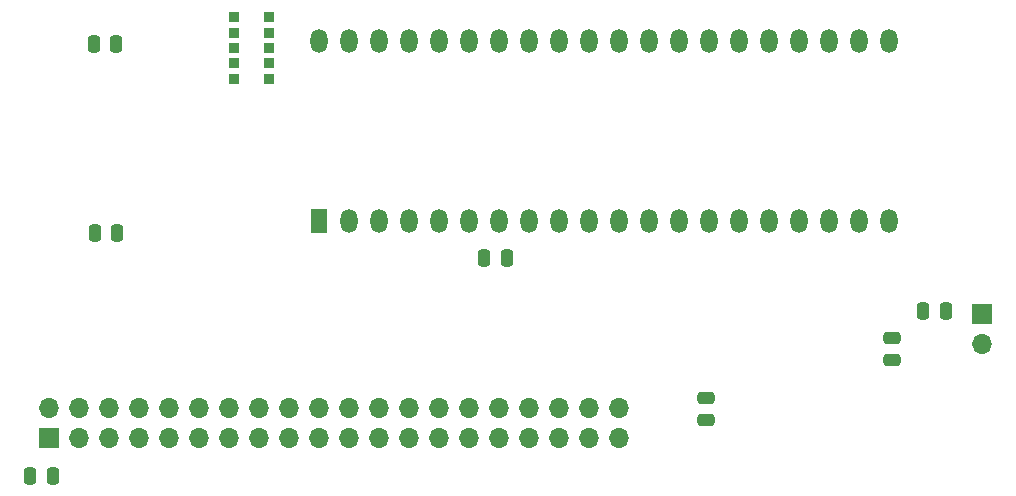
<source format=gbs>
%TF.GenerationSoftware,KiCad,Pcbnew,(6.0.10-0)*%
%TF.CreationDate,2023-01-19T22:09:39-05:00*%
%TF.ProjectId,Tang Primer 20k HD6309 Board,54616e67-2050-4726-996d-65722032306b,rev?*%
%TF.SameCoordinates,Original*%
%TF.FileFunction,Soldermask,Bot*%
%TF.FilePolarity,Negative*%
%FSLAX46Y46*%
G04 Gerber Fmt 4.6, Leading zero omitted, Abs format (unit mm)*
G04 Created by KiCad (PCBNEW (6.0.10-0)) date 2023-01-19 22:09:39*
%MOMM*%
%LPD*%
G01*
G04 APERTURE LIST*
G04 Aperture macros list*
%AMRoundRect*
0 Rectangle with rounded corners*
0 $1 Rounding radius*
0 $2 $3 $4 $5 $6 $7 $8 $9 X,Y pos of 4 corners*
0 Add a 4 corners polygon primitive as box body*
4,1,4,$2,$3,$4,$5,$6,$7,$8,$9,$2,$3,0*
0 Add four circle primitives for the rounded corners*
1,1,$1+$1,$2,$3*
1,1,$1+$1,$4,$5*
1,1,$1+$1,$6,$7*
1,1,$1+$1,$8,$9*
0 Add four rect primitives between the rounded corners*
20,1,$1+$1,$2,$3,$4,$5,0*
20,1,$1+$1,$4,$5,$6,$7,0*
20,1,$1+$1,$6,$7,$8,$9,0*
20,1,$1+$1,$8,$9,$2,$3,0*%
G04 Aperture macros list end*
%ADD10R,1.700000X1.700000*%
%ADD11O,1.700000X1.700000*%
%ADD12RoundRect,0.250000X0.250000X0.475000X-0.250000X0.475000X-0.250000X-0.475000X0.250000X-0.475000X0*%
%ADD13RoundRect,0.250000X-0.250000X-0.475000X0.250000X-0.475000X0.250000X0.475000X-0.250000X0.475000X0*%
%ADD14RoundRect,0.250000X0.475000X-0.250000X0.475000X0.250000X-0.475000X0.250000X-0.475000X-0.250000X0*%
%ADD15R,1.440000X2.000000*%
%ADD16O,1.440000X2.000000*%
%ADD17R,0.900000X0.900000*%
G04 APERTURE END LIST*
D10*
X113284000Y-91689000D03*
D11*
X113284000Y-94229000D03*
D12*
X110236000Y-91440000D03*
X108336000Y-91440000D03*
D13*
X34605000Y-105410000D03*
X32705000Y-105410000D03*
D12*
X40066000Y-84836000D03*
X38166000Y-84836000D03*
D14*
X105664000Y-95626000D03*
X105664000Y-93726000D03*
D12*
X40000000Y-68834000D03*
X38100000Y-68834000D03*
D14*
X89916000Y-98806000D03*
X89916000Y-100706000D03*
D15*
X57150000Y-83820000D03*
D16*
X59690000Y-83820000D03*
X62230000Y-83820000D03*
X64770000Y-83820000D03*
X67310000Y-83820000D03*
X69850000Y-83820000D03*
X72390000Y-83820000D03*
X74930000Y-83820000D03*
X77470000Y-83820000D03*
X80010000Y-83820000D03*
X82550000Y-83820000D03*
X85090000Y-83820000D03*
X87630000Y-83820000D03*
X90170000Y-83820000D03*
X92710000Y-83820000D03*
X95250000Y-83820000D03*
X97790000Y-83820000D03*
X100330000Y-83820000D03*
X102870000Y-83820000D03*
X105410000Y-83820000D03*
X105410000Y-68580000D03*
X102870000Y-68580000D03*
X100330000Y-68580000D03*
X97790000Y-68580000D03*
X95250000Y-68580000D03*
X92710000Y-68580000D03*
X90170000Y-68580000D03*
X87630000Y-68580000D03*
X85090000Y-68580000D03*
X82550000Y-68580000D03*
X80010000Y-68580000D03*
X77470000Y-68580000D03*
X74930000Y-68580000D03*
X72390000Y-68580000D03*
X69850000Y-68580000D03*
X67310000Y-68580000D03*
X64770000Y-68580000D03*
X62230000Y-68580000D03*
X59690000Y-68580000D03*
X57150000Y-68580000D03*
D11*
X82580000Y-99715000D03*
X82580000Y-102255000D03*
X80040000Y-99715000D03*
X80040000Y-102255000D03*
X77500000Y-99715000D03*
X77500000Y-102255000D03*
X74960000Y-99715000D03*
X74960000Y-102255000D03*
X72420000Y-99715000D03*
X72420000Y-102255000D03*
X69880000Y-99715000D03*
X69880000Y-102255000D03*
X67340000Y-99715000D03*
X67340000Y-102255000D03*
X64800000Y-99715000D03*
X64800000Y-102255000D03*
X62260000Y-99715000D03*
X62260000Y-102255000D03*
X59720000Y-99715000D03*
X59720000Y-102255000D03*
X57180000Y-99715000D03*
X57180000Y-102255000D03*
X54640000Y-99715000D03*
X54640000Y-102255000D03*
X52100000Y-99715000D03*
X52100000Y-102255000D03*
X49560000Y-99715000D03*
X49560000Y-102255000D03*
X47020000Y-99715000D03*
X47020000Y-102255000D03*
X44480000Y-99715000D03*
X44480000Y-102255000D03*
X41940000Y-99715000D03*
X41940000Y-102255000D03*
X39400000Y-99715000D03*
X39400000Y-102255000D03*
X36860000Y-99715000D03*
X36860000Y-102255000D03*
X34320000Y-99715000D03*
D10*
X34320000Y-102255000D03*
D13*
X71170000Y-86985000D03*
X73070000Y-86985000D03*
D17*
X52935000Y-71815000D03*
X52935000Y-70495000D03*
X52935000Y-69215000D03*
X52935000Y-67935000D03*
X52935000Y-66615000D03*
X49935000Y-66615000D03*
X49935000Y-67935000D03*
X49935000Y-69215000D03*
X49935000Y-70495000D03*
X49935000Y-71815000D03*
M02*

</source>
